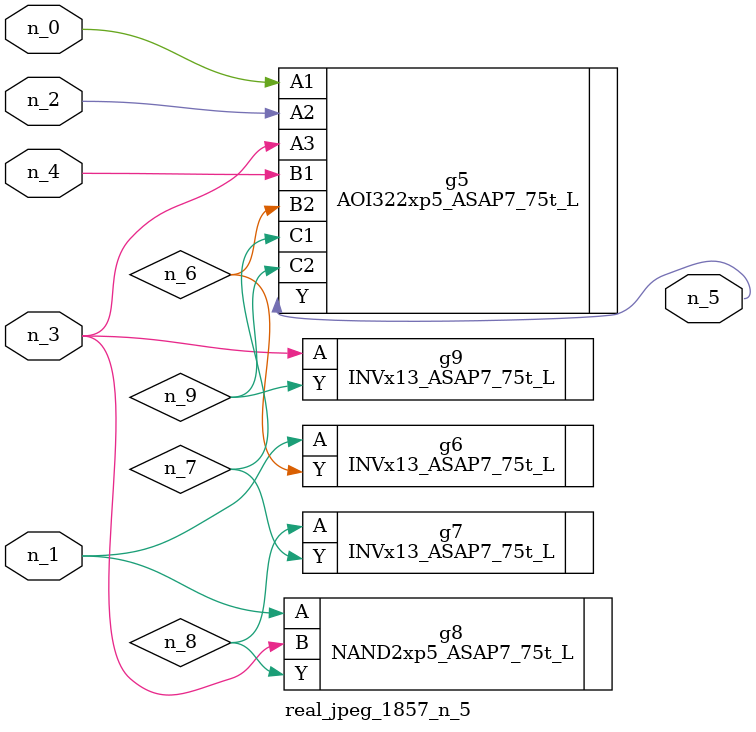
<source format=v>
module real_jpeg_1857_n_5 (n_4, n_0, n_1, n_2, n_3, n_5);

input n_4;
input n_0;
input n_1;
input n_2;
input n_3;

output n_5;

wire n_8;
wire n_6;
wire n_7;
wire n_9;

AOI322xp5_ASAP7_75t_L g5 ( 
.A1(n_0),
.A2(n_2),
.A3(n_3),
.B1(n_4),
.B2(n_6),
.C1(n_7),
.C2(n_9),
.Y(n_5)
);

INVx13_ASAP7_75t_L g6 ( 
.A(n_1),
.Y(n_6)
);

NAND2xp5_ASAP7_75t_L g8 ( 
.A(n_1),
.B(n_3),
.Y(n_8)
);

INVx13_ASAP7_75t_L g9 ( 
.A(n_3),
.Y(n_9)
);

INVx13_ASAP7_75t_L g7 ( 
.A(n_8),
.Y(n_7)
);


endmodule
</source>
